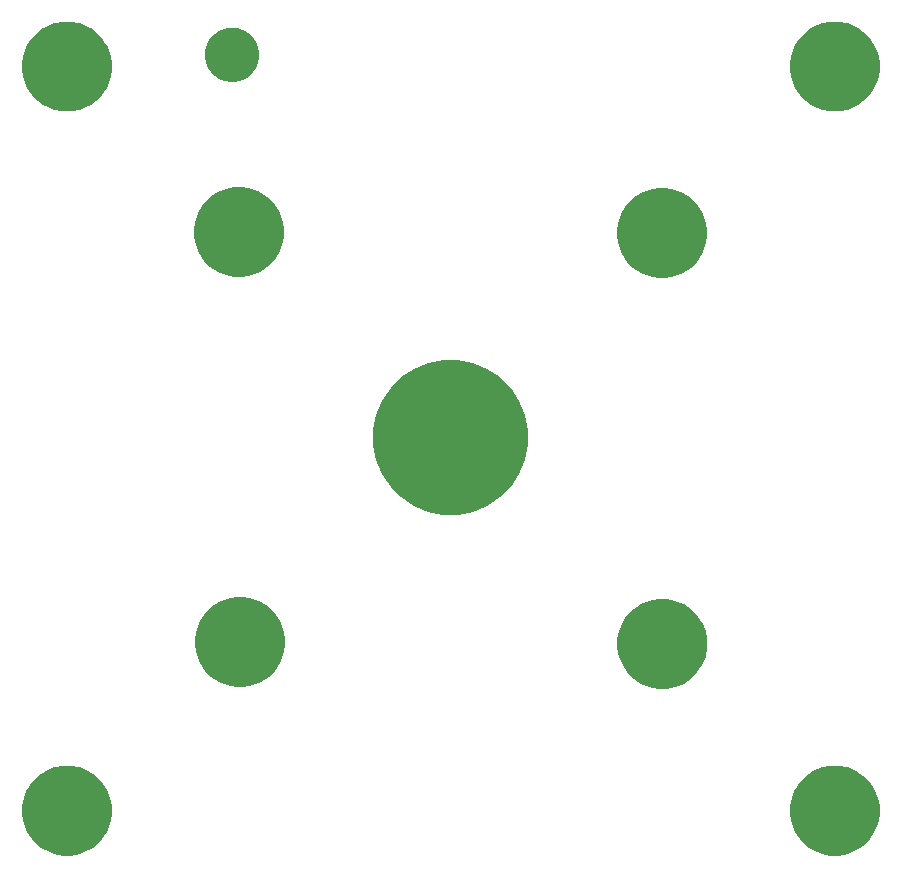
<source format=gbr>
G04 #@! TF.GenerationSoftware,KiCad,Pcbnew,(5.1.5)-3*
G04 #@! TF.CreationDate,2020-05-31T17:41:30+02:00*
G04 #@! TF.ProjectId,Sirui-VH-10-plate,53697275-692d-4564-982d-31302d706c61,rev?*
G04 #@! TF.SameCoordinates,Original*
G04 #@! TF.FileFunction,Soldermask,Top*
G04 #@! TF.FilePolarity,Negative*
%FSLAX46Y46*%
G04 Gerber Fmt 4.6, Leading zero omitted, Abs format (unit mm)*
G04 Created by KiCad (PCBNEW (5.1.5)-3) date 2020-05-31 17:41:30*
%MOMM*%
%LPD*%
G04 APERTURE LIST*
%ADD10C,0.100000*%
G04 APERTURE END LIST*
D10*
G36*
X106108710Y-136345070D02*
G01*
X106800447Y-136631597D01*
X106800448Y-136631598D01*
X107422996Y-137047571D01*
X107952429Y-137577004D01*
X108230374Y-137992978D01*
X108368403Y-138199553D01*
X108654930Y-138891290D01*
X108801000Y-139625633D01*
X108801000Y-140374367D01*
X108654930Y-141108710D01*
X108368403Y-141800447D01*
X108368402Y-141800448D01*
X107952429Y-142422996D01*
X107422996Y-142952429D01*
X107007022Y-143230374D01*
X106800447Y-143368403D01*
X106108710Y-143654930D01*
X105374367Y-143801000D01*
X104625633Y-143801000D01*
X103891290Y-143654930D01*
X103199553Y-143368403D01*
X102992978Y-143230374D01*
X102577004Y-142952429D01*
X102047571Y-142422996D01*
X101631598Y-141800448D01*
X101631597Y-141800447D01*
X101345070Y-141108710D01*
X101199000Y-140374367D01*
X101199000Y-139625633D01*
X101345070Y-138891290D01*
X101631597Y-138199553D01*
X101769626Y-137992978D01*
X102047571Y-137577004D01*
X102577004Y-137047571D01*
X103199552Y-136631598D01*
X103199553Y-136631597D01*
X103891290Y-136345070D01*
X104625633Y-136199000D01*
X105374367Y-136199000D01*
X106108710Y-136345070D01*
G37*
G36*
X171108710Y-136345070D02*
G01*
X171800447Y-136631597D01*
X171800448Y-136631598D01*
X172422996Y-137047571D01*
X172952429Y-137577004D01*
X173230374Y-137992978D01*
X173368403Y-138199553D01*
X173654930Y-138891290D01*
X173801000Y-139625633D01*
X173801000Y-140374367D01*
X173654930Y-141108710D01*
X173368403Y-141800447D01*
X173368402Y-141800448D01*
X172952429Y-142422996D01*
X172422996Y-142952429D01*
X172007022Y-143230374D01*
X171800447Y-143368403D01*
X171108710Y-143654930D01*
X170374367Y-143801000D01*
X169625633Y-143801000D01*
X168891290Y-143654930D01*
X168199553Y-143368403D01*
X167992978Y-143230374D01*
X167577004Y-142952429D01*
X167047571Y-142422996D01*
X166631598Y-141800448D01*
X166631597Y-141800447D01*
X166345070Y-141108710D01*
X166199000Y-140374367D01*
X166199000Y-139625633D01*
X166345070Y-138891290D01*
X166631597Y-138199553D01*
X166769626Y-137992978D01*
X167047571Y-137577004D01*
X167577004Y-137047571D01*
X168199552Y-136631598D01*
X168199553Y-136631597D01*
X168891290Y-136345070D01*
X169625633Y-136199000D01*
X170374367Y-136199000D01*
X171108710Y-136345070D01*
G37*
G36*
X156516977Y-122216521D02*
G01*
X157208714Y-122503048D01*
X157208715Y-122503049D01*
X157831263Y-122919022D01*
X158360696Y-123448455D01*
X158638641Y-123864429D01*
X158776670Y-124071004D01*
X159063197Y-124762741D01*
X159209267Y-125497084D01*
X159209267Y-126245818D01*
X159063197Y-126980161D01*
X158776670Y-127671898D01*
X158776669Y-127671899D01*
X158360696Y-128294447D01*
X157831263Y-128823880D01*
X157432507Y-129090320D01*
X157208714Y-129239854D01*
X156516977Y-129526381D01*
X155782634Y-129672451D01*
X155033900Y-129672451D01*
X154299557Y-129526381D01*
X153607820Y-129239854D01*
X153384027Y-129090320D01*
X152985271Y-128823880D01*
X152455838Y-128294447D01*
X152039865Y-127671899D01*
X152039864Y-127671898D01*
X151753337Y-126980161D01*
X151607267Y-126245818D01*
X151607267Y-125497084D01*
X151753337Y-124762741D01*
X152039864Y-124071004D01*
X152177893Y-123864429D01*
X152455838Y-123448455D01*
X152985271Y-122919022D01*
X153607819Y-122503049D01*
X153607820Y-122503048D01*
X154299557Y-122216521D01*
X155033900Y-122070451D01*
X155782634Y-122070451D01*
X156516977Y-122216521D01*
G37*
G36*
X120761207Y-122066988D02*
G01*
X121452944Y-122353515D01*
X121452945Y-122353516D01*
X122075493Y-122769489D01*
X122604926Y-123298922D01*
X122704841Y-123448456D01*
X123020900Y-123921471D01*
X123307427Y-124613208D01*
X123453497Y-125347551D01*
X123453497Y-126096285D01*
X123307427Y-126830628D01*
X123020900Y-127522365D01*
X123020899Y-127522366D01*
X122604926Y-128144914D01*
X122075493Y-128674347D01*
X121659519Y-128952292D01*
X121452944Y-129090321D01*
X120761207Y-129376848D01*
X120026864Y-129522918D01*
X119278130Y-129522918D01*
X118543787Y-129376848D01*
X117852050Y-129090321D01*
X117645475Y-128952292D01*
X117229501Y-128674347D01*
X116700068Y-128144914D01*
X116284095Y-127522366D01*
X116284094Y-127522365D01*
X115997567Y-126830628D01*
X115851497Y-126096285D01*
X115851497Y-125347551D01*
X115997567Y-124613208D01*
X116284094Y-123921471D01*
X116600153Y-123448456D01*
X116700068Y-123298922D01*
X117229501Y-122769489D01*
X117852049Y-122353516D01*
X117852050Y-122353515D01*
X118543787Y-122066988D01*
X119278130Y-121920918D01*
X120026864Y-121920918D01*
X120761207Y-122066988D01*
G37*
G36*
X139403047Y-102096568D02*
G01*
X140595252Y-102590396D01*
X140595254Y-102590397D01*
X141668211Y-103307323D01*
X142580686Y-104219798D01*
X143297612Y-105292755D01*
X143297613Y-105292757D01*
X143791441Y-106484962D01*
X144043192Y-107750599D01*
X144043192Y-109041035D01*
X143791441Y-110306672D01*
X143297613Y-111498877D01*
X143297612Y-111498879D01*
X142580686Y-112571836D01*
X141668211Y-113484311D01*
X140595254Y-114201237D01*
X140595253Y-114201238D01*
X140595252Y-114201238D01*
X139403047Y-114695066D01*
X138137410Y-114946817D01*
X136846974Y-114946817D01*
X135581337Y-114695066D01*
X134389132Y-114201238D01*
X134389131Y-114201238D01*
X134389130Y-114201237D01*
X133316173Y-113484311D01*
X132403698Y-112571836D01*
X131686772Y-111498879D01*
X131686771Y-111498877D01*
X131192943Y-110306672D01*
X130941192Y-109041035D01*
X130941192Y-107750599D01*
X131192943Y-106484962D01*
X131686771Y-105292757D01*
X131686772Y-105292755D01*
X132403698Y-104219798D01*
X133316173Y-103307323D01*
X134389130Y-102590397D01*
X134389132Y-102590396D01*
X135581337Y-102096568D01*
X136846974Y-101844817D01*
X138137410Y-101844817D01*
X139403047Y-102096568D01*
G37*
G36*
X156487181Y-87433602D02*
G01*
X157178918Y-87720129D01*
X157178919Y-87720130D01*
X157801467Y-88136103D01*
X158330900Y-88665536D01*
X158608845Y-89081510D01*
X158746874Y-89288085D01*
X159033401Y-89979822D01*
X159179471Y-90714165D01*
X159179471Y-91462899D01*
X159033401Y-92197242D01*
X158746874Y-92888979D01*
X158746873Y-92888980D01*
X158330900Y-93511528D01*
X157801467Y-94040961D01*
X157385493Y-94318906D01*
X157178918Y-94456935D01*
X156487181Y-94743462D01*
X155752838Y-94889532D01*
X155004104Y-94889532D01*
X154269761Y-94743462D01*
X153578024Y-94456935D01*
X153371449Y-94318906D01*
X152955475Y-94040961D01*
X152426042Y-93511528D01*
X152010069Y-92888980D01*
X152010068Y-92888979D01*
X151723541Y-92197242D01*
X151577471Y-91462899D01*
X151577471Y-90714165D01*
X151723541Y-89979822D01*
X152010068Y-89288085D01*
X152148097Y-89081510D01*
X152426042Y-88665536D01*
X152955475Y-88136103D01*
X153578023Y-87720130D01*
X153578024Y-87720129D01*
X154269761Y-87433602D01*
X155004104Y-87287532D01*
X155752838Y-87287532D01*
X156487181Y-87433602D01*
G37*
G36*
X120663398Y-87363299D02*
G01*
X121355135Y-87649826D01*
X121460352Y-87720130D01*
X121977684Y-88065800D01*
X122507117Y-88595233D01*
X122785062Y-89011207D01*
X122923091Y-89217782D01*
X123209618Y-89909519D01*
X123355688Y-90643862D01*
X123355688Y-91392596D01*
X123209618Y-92126939D01*
X122923091Y-92818676D01*
X122923090Y-92818677D01*
X122507117Y-93441225D01*
X121977684Y-93970658D01*
X121561710Y-94248603D01*
X121355135Y-94386632D01*
X120663398Y-94673159D01*
X119929055Y-94819229D01*
X119180321Y-94819229D01*
X118445978Y-94673159D01*
X117754241Y-94386632D01*
X117547666Y-94248603D01*
X117131692Y-93970658D01*
X116602259Y-93441225D01*
X116186286Y-92818677D01*
X116186285Y-92818676D01*
X115899758Y-92126939D01*
X115753688Y-91392596D01*
X115753688Y-90643862D01*
X115899758Y-89909519D01*
X116186285Y-89217782D01*
X116324314Y-89011207D01*
X116602259Y-88595233D01*
X117131692Y-88065800D01*
X117649024Y-87720130D01*
X117754241Y-87649826D01*
X118445978Y-87363299D01*
X119180321Y-87217229D01*
X119929055Y-87217229D01*
X120663398Y-87363299D01*
G37*
G36*
X106108710Y-73345070D02*
G01*
X106800447Y-73631597D01*
X107007022Y-73769626D01*
X107422996Y-74047571D01*
X107952429Y-74577004D01*
X108174975Y-74910068D01*
X108368403Y-75199553D01*
X108654930Y-75891290D01*
X108801000Y-76625633D01*
X108801000Y-77374367D01*
X108654930Y-78108710D01*
X108368403Y-78800447D01*
X108368402Y-78800448D01*
X107952429Y-79422996D01*
X107422996Y-79952429D01*
X107007022Y-80230374D01*
X106800447Y-80368403D01*
X106108710Y-80654930D01*
X105374367Y-80801000D01*
X104625633Y-80801000D01*
X103891290Y-80654930D01*
X103199553Y-80368403D01*
X102992978Y-80230374D01*
X102577004Y-79952429D01*
X102047571Y-79422996D01*
X101631598Y-78800448D01*
X101631597Y-78800447D01*
X101345070Y-78108710D01*
X101199000Y-77374367D01*
X101199000Y-76625633D01*
X101345070Y-75891290D01*
X101631597Y-75199553D01*
X101825025Y-74910068D01*
X102047571Y-74577004D01*
X102577004Y-74047571D01*
X102992978Y-73769626D01*
X103199553Y-73631597D01*
X103891290Y-73345070D01*
X104625633Y-73199000D01*
X105374367Y-73199000D01*
X106108710Y-73345070D01*
G37*
G36*
X171108710Y-73345070D02*
G01*
X171800447Y-73631597D01*
X172007022Y-73769626D01*
X172422996Y-74047571D01*
X172952429Y-74577004D01*
X173174975Y-74910068D01*
X173368403Y-75199553D01*
X173654930Y-75891290D01*
X173801000Y-76625633D01*
X173801000Y-77374367D01*
X173654930Y-78108710D01*
X173368403Y-78800447D01*
X173368402Y-78800448D01*
X172952429Y-79422996D01*
X172422996Y-79952429D01*
X172007022Y-80230374D01*
X171800447Y-80368403D01*
X171108710Y-80654930D01*
X170374367Y-80801000D01*
X169625633Y-80801000D01*
X168891290Y-80654930D01*
X168199553Y-80368403D01*
X167992978Y-80230374D01*
X167577004Y-79952429D01*
X167047571Y-79422996D01*
X166631598Y-78800448D01*
X166631597Y-78800447D01*
X166345070Y-78108710D01*
X166199000Y-77374367D01*
X166199000Y-76625633D01*
X166345070Y-75891290D01*
X166631597Y-75199553D01*
X166825025Y-74910068D01*
X167047571Y-74577004D01*
X167577004Y-74047571D01*
X167992978Y-73769626D01*
X168199553Y-73631597D01*
X168891290Y-73345070D01*
X169625633Y-73199000D01*
X170374367Y-73199000D01*
X171108710Y-73345070D01*
G37*
G36*
X119448903Y-73743213D02*
G01*
X119671177Y-73787426D01*
X120089932Y-73960880D01*
X120466802Y-74212696D01*
X120787304Y-74533198D01*
X121039120Y-74910068D01*
X121212574Y-75328823D01*
X121301000Y-75773371D01*
X121301000Y-76226629D01*
X121212574Y-76671177D01*
X121039120Y-77089932D01*
X120787304Y-77466802D01*
X120466802Y-77787304D01*
X120089932Y-78039120D01*
X119671177Y-78212574D01*
X119448903Y-78256787D01*
X119226630Y-78301000D01*
X118773370Y-78301000D01*
X118551097Y-78256787D01*
X118328823Y-78212574D01*
X117910068Y-78039120D01*
X117533198Y-77787304D01*
X117212696Y-77466802D01*
X116960880Y-77089932D01*
X116787426Y-76671177D01*
X116699000Y-76226629D01*
X116699000Y-75773371D01*
X116787426Y-75328823D01*
X116960880Y-74910068D01*
X117212696Y-74533198D01*
X117533198Y-74212696D01*
X117910068Y-73960880D01*
X118328823Y-73787426D01*
X118551097Y-73743213D01*
X118773370Y-73699000D01*
X119226630Y-73699000D01*
X119448903Y-73743213D01*
G37*
M02*

</source>
